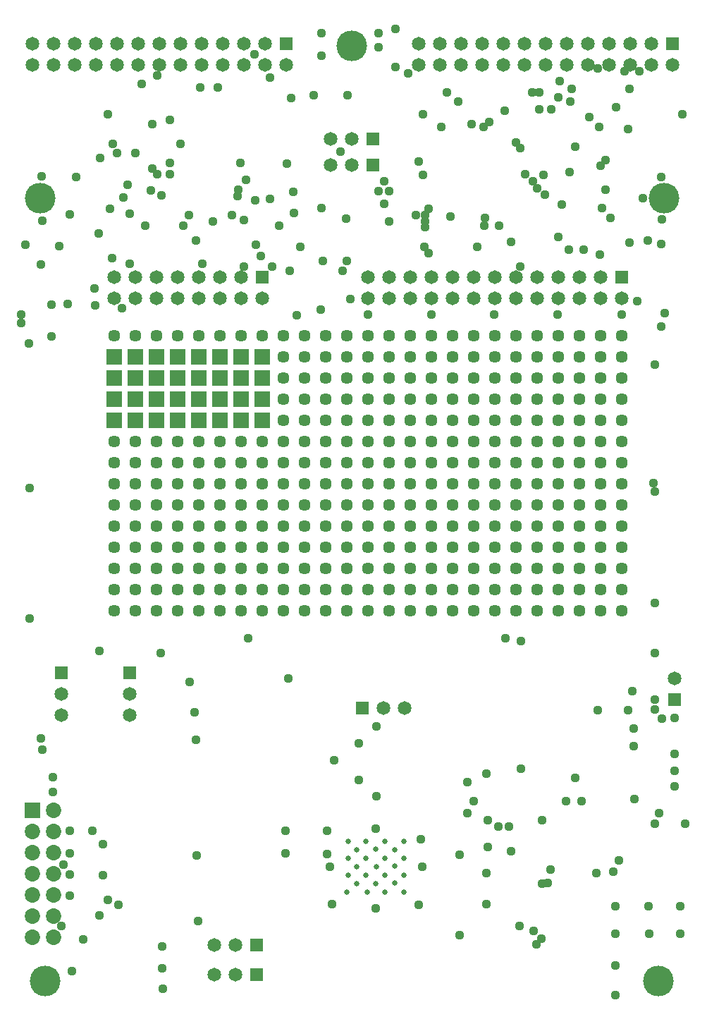
<source format=gbr>
G04 ================== begin FILE IDENTIFICATION RECORD ==================*
G04 Layout Name:  mlpmcu-Rev1.9.brd*
G04 Film Name:    LaPi-SoldermaskBottom-Rev1-9-Final*
G04 File Format:  Gerber RS274X*
G04 File Origin:  Cadence Allegro 16.5-P002*
G04 Origin Date:  Wed Apr 10 14:32:15 2013*
G04 *
G04 Layer:  VIA CLASS/SOLDERMASK_BOTTOM*
G04 Layer:  BOARD GEOMETRY/SOLDERMASK_BOTTOM*
G04 Layer:  PACKAGE GEOMETRY/SOLDERMASK_BOTTOM*
G04 Layer:  PIN/SOLDERMASK_BOTTOM*
G04 *
G04 Offset:    (0.00 0.00)*
G04 Mirror:    No*
G04 Mode:      Positive*
G04 Rotation:  0*
G04 FullContactRelief:  No*
G04 UndefLineWidth:     0.00*
G04 ================== end FILE IDENTIFICATION RECORD ====================*
%FSAX25Y25*MOIN*%
%IR0*IPPOS*OFA0.00000B0.00000*MIA0B0*SFA1.00000B1.00000*%
%ADD18C,.026*%
%ADD12C,.044*%
%ADD11C,.073*%
%ADD13R,.073X.073*%
%ADD17R,.075X.075*%
%ADD16C,.05709*%
%ADD14C,.06496*%
%ADD15R,.06496X.06496*%
%ADD10C,.145*%
%LPD*%
G75*
G54D10*
X0015000Y0015000D03*
X0012500Y0385000D03*
X0160000Y0457000D03*
X0305000Y0015000D03*
X0307500Y0385000D03*
G54D11*
X0019000Y0035500D03*
X0009000D03*
X0019000Y0045500D03*
X0009000D03*
X0019000Y0055500D03*
X0009000D03*
X0019000Y0065500D03*
X0009000D03*
X0019000Y0075500D03*
X0009000D03*
X0019000Y0085500D03*
X0009000D03*
X0019000Y0095500D03*
G54D12*
X0022800Y0040800D03*
X0027721Y0019550D03*
X0026800Y0075300D03*
Y0065300D03*
Y0055300D03*
X0023650Y0069973D03*
X0018800Y0104300D03*
X0026800Y0085800D03*
X0013650Y0124179D03*
X0018800Y0111300D03*
X0013000Y0129500D03*
X0007800Y0186300D03*
Y0247800D03*
X0007300Y0316300D03*
X0025800Y0334800D03*
X0003800Y0329800D03*
X0018000Y0334500D03*
Y0319500D03*
X0003800Y0325800D03*
X0021800Y0362300D03*
X0005800Y0362800D03*
X0013800Y0374300D03*
X0013000Y0353500D03*
X0026800Y0377300D03*
X0029800Y0394800D03*
X0013300Y0395300D03*
X0040800Y0045800D03*
X0033000Y0034587D03*
X0049780Y0051023D03*
X0042300Y0064800D03*
X0044800Y0053300D03*
X0037300Y0085800D03*
X0042320Y0079465D03*
X0040800Y0170800D03*
X0038800Y0334300D03*
X0038300Y0342300D03*
X0051300Y0332800D03*
X0055048Y0353948D03*
X0040343Y0368100D03*
X0046500Y0356500D03*
X0055048Y0377500D03*
X0052002Y0385164D03*
X0040913Y0404016D03*
X0045552Y0379982D03*
X0054056Y0391220D03*
X0049099Y0406216D03*
X0057500D03*
X0046899Y0410616D03*
X0044699Y0424728D03*
X0060500Y0438881D03*
X0070800Y0011300D03*
X0087300Y0043300D03*
X0070300Y0031300D03*
Y0020800D03*
X0086800Y0074300D03*
X0086300Y0128800D03*
X0083300Y0156300D03*
X0085800Y0141800D03*
X0069800Y0169800D03*
X0080300Y0371800D03*
X0086300Y0364800D03*
X0062248Y0371801D03*
X0082888Y0376916D03*
X0089467Y0353948D03*
X0073890Y0401457D03*
X0065790Y0398898D03*
X0073890Y0396339D03*
X0067990D03*
X0065048Y0388661D03*
X0070090Y0386102D03*
X0073890Y0422000D03*
X0065790Y0420000D03*
X0079000Y0410616D03*
X0088300Y0437300D03*
X0067990Y0443052D03*
X0110969Y0177000D03*
X0114800Y0362800D03*
X0094448Y0374000D03*
X0117000Y0357648D03*
X0109009Y0352448D03*
Y0374716D03*
X0103310Y0376916D03*
X0114300Y0383800D03*
X0110000Y0393500D03*
X0121400Y0384633D03*
X0106110Y0385970D03*
X0106322Y0388870D03*
X0107410Y0401457D03*
X0096800Y0437300D03*
X0121400Y0441960D03*
X0113948Y0452748D03*
X0150800Y0051300D03*
X0148300Y0074800D03*
X0128800Y0075300D03*
X0149800Y0068800D03*
X0128800Y0085800D03*
X0148300D03*
X0151800Y0119300D03*
X0130000Y0158000D03*
X0134000Y0329500D03*
X0145300Y0332300D03*
X0135500Y0362051D03*
X0125800Y0371800D03*
X0146300Y0355300D03*
X0130500Y0350500D03*
X0122248Y0352448D03*
X0132300Y0387800D03*
X0129300Y0401300D03*
X0132800Y0377800D03*
X0145800Y0380300D03*
X0142000Y0433500D03*
X0131300Y0432300D03*
X0145800Y0452300D03*
Y0462800D03*
X0171300Y0049300D03*
X0171800Y0102300D03*
X0171300Y0086800D03*
X0171800Y0135300D03*
X0163300Y0109800D03*
Y0127300D03*
X0159300Y0337300D03*
X0167800Y0329800D03*
X0157800Y0355300D03*
X0157300Y0375300D03*
X0155600Y0350500D03*
X0177500Y0374074D03*
X0154800Y0406800D03*
X0175300Y0382221D03*
Y0392776D03*
X0177592Y0388169D03*
X0172548Y0388248D03*
X0158000Y0433500D03*
X0180800Y0446800D03*
Y0464800D03*
X0172800Y0456300D03*
Y0462800D03*
X0210965Y0036635D03*
X0191800Y0050800D03*
X0193300Y0068800D03*
X0210965Y0074665D03*
X0192800Y0081800D03*
X0197800Y0329800D03*
X0196450Y0358948D03*
X0190200Y0376972D03*
X0194600D03*
X0206583Y0376272D03*
X0194600Y0374072D03*
Y0371172D03*
X0194400Y0361848D03*
X0196450Y0379872D03*
X0191572Y0402224D03*
X0193772Y0395925D03*
X0205073Y0434828D03*
X0193772Y0424728D03*
X0210248Y0430428D03*
X0202248Y0418728D03*
X0186552Y0443822D03*
X0239260Y0040776D03*
X0223800Y0065800D03*
Y0051300D03*
X0235300Y0076300D03*
X0234300Y0087800D03*
X0224300Y0090800D03*
X0214800Y0094300D03*
X0224300Y0078300D03*
X0229300Y0087800D03*
X0217507Y0100000D03*
X0240102Y0115272D03*
X0223800Y0112800D03*
X0214800Y0108800D03*
X0240102Y0175501D03*
X0232532Y0177000D03*
X0227300Y0329800D03*
X0239700Y0352448D03*
X0222752Y0371972D03*
X0229700D03*
X0235300Y0364200D03*
X0219467Y0361848D03*
X0222874Y0375672D03*
X0242000Y0396375D03*
X0239700Y0408730D03*
X0237500Y0411268D03*
X0222331Y0418728D03*
X0216575Y0420029D03*
X0232248Y0426128D03*
X0224951Y0420928D03*
X0247300Y0032300D03*
X0249753Y0034779D03*
X0245831Y0038479D03*
X0252800Y0061300D03*
X0249879Y0060869D03*
X0253821Y0067724D03*
X0268800Y0099800D03*
X0261300Y0100000D03*
X0249879Y0091031D03*
X0265699Y0111000D03*
X0257300Y0329800D03*
X0269700Y0360500D03*
X0262752D03*
X0257500Y0366460D03*
X0259300Y0381800D03*
X0250800Y0395800D03*
X0263000Y0397375D03*
X0251248Y0386476D03*
X0247500Y0389626D03*
X0245652Y0392776D03*
X0265800Y0409300D03*
X0245216Y0434828D03*
X0257500Y0432628D03*
X0248548Y0434828D03*
Y0426928D03*
X0254448D03*
X0263152Y0430428D03*
X0264064Y0436422D03*
X0258247Y0440122D03*
X0284800Y0008300D03*
X0300800Y0037300D03*
X0284800D03*
Y0022300D03*
X0275800Y0065800D03*
X0300300Y0050300D03*
X0284800D03*
X0286300Y0071800D03*
X0283799Y0066700D03*
X0293800Y0100800D03*
X0293300Y0134300D03*
Y0125800D03*
X0292800Y0151800D03*
X0276300Y0142800D03*
X0290800D03*
X0287800Y0329800D03*
X0294948Y0336152D03*
X0291300Y0363800D03*
X0277300Y0358300D03*
X0282248Y0375461D03*
X0299848Y0365000D03*
X0297800Y0384800D03*
X0277800Y0400300D03*
X0278300Y0380300D03*
X0280000Y0389000D03*
Y0402800D03*
X0285000Y0428000D03*
X0272248Y0423128D03*
X0277101Y0418728D03*
X0291288Y0436422D03*
X0290787Y0417501D03*
X0289000Y0445000D03*
X0296000D03*
X0276448Y0446164D03*
X0315300Y0037300D03*
Y0050300D03*
X0312800Y0106800D03*
X0305300Y0094300D03*
X0303300Y0089300D03*
X0317800D03*
X0312800Y0122300D03*
Y0114300D03*
X0306800Y0138800D03*
X0303300Y0143300D03*
X0312800Y0139300D03*
X0303300Y0148000D03*
Y0169800D03*
Y0193700D03*
X0302800Y0250300D03*
X0303300Y0246300D03*
Y0306300D03*
X0308000Y0330500D03*
X0306300Y0324300D03*
X0306800Y0374800D03*
X0306300Y0363300D03*
Y0394800D03*
X0316248Y0424628D03*
G54D13*
X0009000Y0095500D03*
G54D14*
X0022500Y0140500D03*
Y0150500D03*
X0009000Y0448000D03*
Y0458000D03*
X0019000Y0448000D03*
Y0458000D03*
X0029000Y0448000D03*
Y0458000D03*
X0055000Y0140500D03*
Y0150500D03*
X0047500Y0337500D03*
Y0347500D03*
X0057500Y0337500D03*
Y0347500D03*
X0039000Y0448000D03*
Y0458000D03*
X0049000Y0448000D03*
Y0458000D03*
X0059000Y0448000D03*
Y0458000D03*
X0067500Y0337500D03*
Y0347500D03*
X0077500Y0337500D03*
Y0347500D03*
X0087500Y0337500D03*
Y0347500D03*
X0069000Y0448000D03*
Y0458000D03*
X0079000Y0448000D03*
Y0458000D03*
X0089000Y0448000D03*
Y0458000D03*
X0095000Y0018000D03*
X0105000D03*
X0095000Y0032000D03*
X0105000D03*
X0097500Y0337500D03*
Y0347500D03*
X0107500Y0337500D03*
Y0347500D03*
X0117500Y0337500D03*
X0099000Y0448000D03*
Y0458000D03*
X0109000Y0448000D03*
Y0458000D03*
X0119000Y0448000D03*
Y0458000D03*
X0150000Y0400500D03*
Y0413000D03*
X0129000Y0448000D03*
X0175000Y0144000D03*
X0167500Y0337500D03*
Y0347500D03*
X0177500Y0337500D03*
Y0347500D03*
X0160000Y0400500D03*
Y0413000D03*
X0185000Y0144000D03*
X0187500Y0337500D03*
Y0347500D03*
X0197500Y0337500D03*
Y0347500D03*
X0207500Y0337500D03*
Y0347500D03*
X0191500Y0448000D03*
Y0458000D03*
X0201500Y0448000D03*
Y0458000D03*
X0211500Y0448000D03*
Y0458000D03*
X0217500Y0337500D03*
Y0347500D03*
X0227500Y0337500D03*
Y0347500D03*
X0237500Y0337500D03*
Y0347500D03*
X0221500Y0448000D03*
Y0458000D03*
X0231500Y0448000D03*
Y0458000D03*
X0241500Y0448000D03*
Y0458000D03*
X0247500Y0337500D03*
Y0347500D03*
X0257500Y0337500D03*
Y0347500D03*
X0267500Y0337500D03*
Y0347500D03*
X0251500Y0448000D03*
Y0458000D03*
X0261500Y0448000D03*
Y0458000D03*
X0271500Y0448000D03*
Y0458000D03*
X0277500Y0337500D03*
Y0347500D03*
X0287500Y0337500D03*
X0281500Y0448000D03*
Y0458000D03*
X0291500Y0448000D03*
Y0458000D03*
X0301500Y0448000D03*
Y0458000D03*
X0312500Y0158000D03*
X0311500Y0448000D03*
G54D15*
X0022500Y0160500D03*
X0055000D03*
X0115000Y0018000D03*
Y0032000D03*
X0117500Y0347500D03*
X0129000Y0458000D03*
X0165000Y0144000D03*
X0170000Y0400500D03*
Y0413000D03*
X0287500Y0347500D03*
X0312500Y0148000D03*
X0311500Y0458000D03*
G54D16*
X0057500Y0190000D03*
X0047500D03*
X0057500Y0220000D03*
Y0210000D03*
Y0200000D03*
X0047500Y0220000D03*
Y0210000D03*
Y0200000D03*
X0057500Y0250000D03*
Y0240000D03*
Y0230000D03*
X0047500Y0250000D03*
Y0240000D03*
Y0230000D03*
X0057500Y0270000D03*
Y0260000D03*
X0047500Y0270000D03*
Y0260000D03*
X0057500Y0320000D03*
X0047500D03*
X0087500Y0190000D03*
X0077500D03*
X0067500D03*
X0087500Y0220000D03*
Y0210000D03*
Y0200000D03*
X0077500Y0220000D03*
Y0210000D03*
Y0200000D03*
X0067500Y0220000D03*
Y0210000D03*
Y0200000D03*
X0087500Y0250000D03*
Y0240000D03*
Y0230000D03*
X0077500Y0250000D03*
Y0240000D03*
Y0230000D03*
X0067500Y0250000D03*
Y0240000D03*
Y0230000D03*
X0087500Y0270000D03*
Y0260000D03*
X0077500Y0270000D03*
Y0260000D03*
X0067500Y0270000D03*
Y0260000D03*
X0087500Y0320000D03*
X0077500D03*
X0067500D03*
X0117500Y0190000D03*
X0107500D03*
X0097500D03*
X0117500Y0220000D03*
Y0210000D03*
Y0200000D03*
X0107500Y0220000D03*
Y0210000D03*
Y0200000D03*
X0097500Y0220000D03*
Y0210000D03*
Y0200000D03*
X0117500Y0250000D03*
Y0240000D03*
Y0230000D03*
X0107500Y0250000D03*
Y0240000D03*
Y0230000D03*
X0097500Y0250000D03*
Y0240000D03*
Y0230000D03*
X0117500Y0270000D03*
Y0260000D03*
X0107500Y0270000D03*
Y0260000D03*
X0097500Y0270000D03*
Y0260000D03*
X0117500Y0320000D03*
X0107500D03*
X0097500D03*
X0147500Y0190000D03*
X0137500D03*
X0127500D03*
X0147500Y0220000D03*
Y0210000D03*
Y0200000D03*
X0137500Y0220000D03*
Y0210000D03*
Y0200000D03*
X0127500Y0220000D03*
Y0210000D03*
Y0200000D03*
X0147500Y0250000D03*
Y0240000D03*
Y0230000D03*
X0137500Y0250000D03*
Y0240000D03*
Y0230000D03*
X0127500Y0250000D03*
Y0240000D03*
Y0230000D03*
X0147500Y0280000D03*
Y0270000D03*
Y0260000D03*
X0137500Y0280000D03*
Y0270000D03*
Y0260000D03*
X0127500Y0280000D03*
Y0270000D03*
Y0260000D03*
X0147500Y0310000D03*
Y0300000D03*
Y0290000D03*
X0137500Y0310000D03*
Y0300000D03*
Y0290000D03*
X0127500Y0310000D03*
Y0300000D03*
Y0290000D03*
X0147500Y0320000D03*
X0137500D03*
X0127500D03*
X0177500Y0190000D03*
X0167500D03*
X0157500D03*
X0177500Y0220000D03*
Y0210000D03*
Y0200000D03*
X0167500Y0220000D03*
Y0210000D03*
Y0200000D03*
X0157500Y0220000D03*
Y0210000D03*
Y0200000D03*
X0177500Y0250000D03*
Y0240000D03*
Y0230000D03*
X0167500Y0250000D03*
Y0240000D03*
Y0230000D03*
X0157500Y0250000D03*
Y0240000D03*
Y0230000D03*
X0177500Y0280000D03*
Y0270000D03*
Y0260000D03*
X0167500Y0280000D03*
Y0270000D03*
Y0260000D03*
X0157500Y0280000D03*
Y0270000D03*
Y0260000D03*
X0177500Y0310000D03*
Y0300000D03*
Y0290000D03*
X0167500Y0310000D03*
Y0300000D03*
Y0290000D03*
X0157500Y0310000D03*
Y0300000D03*
Y0290000D03*
X0177500Y0320000D03*
X0167500D03*
X0157500D03*
X0207500Y0190000D03*
X0197500D03*
X0187500D03*
X0207500Y0220000D03*
Y0210000D03*
Y0200000D03*
X0197500Y0220000D03*
Y0210000D03*
Y0200000D03*
X0187500Y0220000D03*
Y0210000D03*
Y0200000D03*
X0207500Y0250000D03*
Y0240000D03*
Y0230000D03*
X0197500Y0250000D03*
Y0240000D03*
Y0230000D03*
X0187500Y0250000D03*
Y0240000D03*
Y0230000D03*
X0207500Y0280000D03*
Y0270000D03*
Y0260000D03*
X0197500Y0280000D03*
Y0270000D03*
Y0260000D03*
X0187500Y0280000D03*
Y0270000D03*
Y0260000D03*
X0207500Y0310000D03*
Y0300000D03*
Y0290000D03*
X0197500Y0310000D03*
Y0300000D03*
Y0290000D03*
X0187500Y0310000D03*
Y0300000D03*
Y0290000D03*
X0207500Y0320000D03*
X0197500D03*
X0187500D03*
X0237500Y0190000D03*
X0227500D03*
X0217500D03*
X0237500Y0220000D03*
Y0210000D03*
Y0200000D03*
X0227500Y0220000D03*
Y0210000D03*
Y0200000D03*
X0217500Y0220000D03*
Y0210000D03*
Y0200000D03*
X0237500Y0250000D03*
Y0240000D03*
Y0230000D03*
X0227500Y0250000D03*
Y0240000D03*
Y0230000D03*
X0217500Y0250000D03*
Y0240000D03*
Y0230000D03*
X0237500Y0280000D03*
Y0270000D03*
Y0260000D03*
X0227500Y0280000D03*
Y0270000D03*
Y0260000D03*
X0217500Y0280000D03*
Y0270000D03*
Y0260000D03*
X0237500Y0310000D03*
Y0300000D03*
Y0290000D03*
X0227500Y0310000D03*
Y0300000D03*
Y0290000D03*
X0217500Y0310000D03*
Y0300000D03*
Y0290000D03*
X0237500Y0320000D03*
X0227500D03*
X0217500D03*
X0267500Y0190000D03*
X0257500D03*
X0247500D03*
X0267500Y0220000D03*
Y0210000D03*
Y0200000D03*
X0257500Y0220000D03*
Y0210000D03*
Y0200000D03*
X0247500Y0220000D03*
Y0210000D03*
Y0200000D03*
X0267500Y0250000D03*
Y0240000D03*
Y0230000D03*
X0257500Y0250000D03*
Y0240000D03*
Y0230000D03*
X0247500Y0250000D03*
Y0240000D03*
Y0230000D03*
X0267500Y0280000D03*
Y0270000D03*
Y0260000D03*
X0257500Y0280000D03*
Y0270000D03*
Y0260000D03*
X0247500Y0280000D03*
Y0270000D03*
Y0260000D03*
X0267500Y0310000D03*
Y0300000D03*
Y0290000D03*
X0257500Y0310000D03*
Y0300000D03*
Y0290000D03*
X0247500Y0310000D03*
Y0300000D03*
Y0290000D03*
X0267500Y0320000D03*
X0257500D03*
X0247500D03*
X0287500Y0190000D03*
X0277500D03*
X0287500Y0220000D03*
Y0210000D03*
Y0200000D03*
X0277500Y0220000D03*
Y0210000D03*
Y0200000D03*
X0287500Y0250000D03*
Y0240000D03*
Y0230000D03*
X0277500Y0250000D03*
Y0240000D03*
Y0230000D03*
X0287500Y0280000D03*
Y0270000D03*
Y0260000D03*
X0277500Y0280000D03*
Y0270000D03*
Y0260000D03*
X0287500Y0310000D03*
Y0300000D03*
Y0290000D03*
X0277500Y0310000D03*
Y0300000D03*
Y0290000D03*
X0287500Y0320000D03*
X0277500D03*
G54D17*
X0057500Y0280000D03*
X0047500D03*
X0057500Y0310000D03*
Y0300000D03*
Y0290000D03*
X0047500Y0310000D03*
Y0300000D03*
Y0290000D03*
X0087500Y0280000D03*
X0077500D03*
X0067500D03*
X0087500Y0310000D03*
Y0300000D03*
Y0290000D03*
X0077500Y0310000D03*
Y0300000D03*
Y0290000D03*
X0067500Y0310000D03*
Y0300000D03*
Y0290000D03*
X0117500Y0280000D03*
X0107500D03*
X0097500D03*
X0117500Y0310000D03*
Y0300000D03*
Y0290000D03*
X0107500Y0310000D03*
Y0300000D03*
Y0290000D03*
X0097500Y0310000D03*
Y0300000D03*
Y0290000D03*
G54D18*
X0171500Y0068896D03*
X0180300Y0069300D03*
Y0061300D03*
X0162300Y0060800D03*
Y0068800D03*
X0171300Y0060800D03*
X0175800Y0072800D03*
X0166800D03*
X0158300D03*
Y0064800D03*
X0166800D03*
X0175800D03*
Y0056800D03*
X0167300D03*
X0157800D03*
X0171300Y0077300D03*
X0158300Y0080800D03*
X0166800D03*
X0175800D03*
X0180300Y0076800D03*
X0162300D03*
X0184800Y0072800D03*
Y0064800D03*
Y0056800D03*
Y0080800D03*
M02*

</source>
